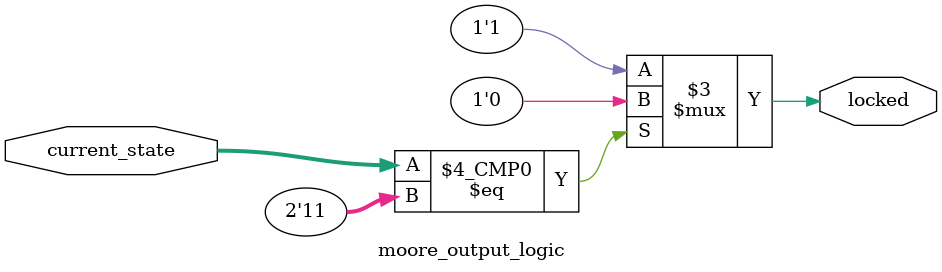
<source format=sv>
module moore_4state_lock(
  input  logic        s_axi_aclk,
  input  logic        s_axi_aresetn,
  
  // AXI4-Lite Slave Interface - Write Address Channel
  input  logic        s_axi_awvalid,
  output logic        s_axi_awready,
  input  logic [31:0] s_axi_awaddr,
  input  logic [2:0]  s_axi_awprot,
  
  // AXI4-Lite Slave Interface - Write Data Channel
  input  logic        s_axi_wvalid,
  output logic        s_axi_wready,
  input  logic [31:0] s_axi_wdata,
  input  logic [3:0]  s_axi_wstrb,
  
  // AXI4-Lite Slave Interface - Write Response Channel
  output logic        s_axi_bvalid,
  input  logic        s_axi_bready,
  output logic [1:0]  s_axi_bresp,
  
  // AXI4-Lite Slave Interface - Read Address Channel
  input  logic        s_axi_arvalid,
  output logic        s_axi_arready,
  input  logic [31:0] s_axi_araddr,
  input  logic [2:0]  s_axi_arprot,
  
  // AXI4-Lite Slave Interface - Read Data Channel
  output logic        s_axi_rvalid,
  input  logic        s_axi_rready,
  output logic [31:0] s_axi_rdata,
  output logic [1:0]  s_axi_rresp
);

  // 内部状态和信号定义
  logic [1:0] current_state, next_state;
  logic locked, locked_comb;
  logic in_reg;
  logic rst;
  
  // 寄存器地址定义
  localparam REG_CONTROL = 4'h0;    // 控制寄存器 [0] = in
  localparam REG_STATUS  = 4'h4;    // 状态寄存器 [0] = locked
  
  // 状态定义
  localparam WAIT = 2'b00,
             GOT1 = 2'b01,
             GOT10= 2'b10,
             UNLK = 2'b11;

  // AXI4-Lite 接口内部信号
  logic [3:0]  axi_awaddr;
  logic        axi_awready_ff;
  logic        axi_wready_ff;
  logic [1:0]  axi_bresp_ff;
  logic        axi_bvalid_ff;
  logic [3:0]  axi_araddr;
  logic        axi_arready_ff;
  logic [31:0] axi_rdata_ff;
  logic [1:0]  axi_rresp_ff;
  logic        axi_rvalid_ff;
  
  // 写地址通道握手处理
  always_ff @(posedge s_axi_aclk) begin
    if (!s_axi_aresetn) begin
      axi_awready_ff <= 1'b0;
      axi_awaddr <= 4'h0;
    end else begin
      if (~axi_awready_ff && s_axi_awvalid && ~axi_bvalid_ff) begin
        axi_awready_ff <= 1'b1;
        axi_awaddr <= s_axi_awaddr[5:2];
      end else begin
        axi_awready_ff <= 1'b0;
      end
    end
  end
  
  // 写数据通道握手处理
  always_ff @(posedge s_axi_aclk) begin
    if (!s_axi_aresetn) begin
      axi_wready_ff <= 1'b0;
    end else begin
      if (~axi_wready_ff && s_axi_wvalid && s_axi_awvalid && ~axi_bvalid_ff) begin
        axi_wready_ff <= 1'b1;
      end else begin
        axi_wready_ff <= 1'b0;
      end
    end
  end
  
  // 写操作处理
  always_ff @(posedge s_axi_aclk) begin
    if (!s_axi_aresetn) begin
      in_reg <= 1'b0;
      rst <= 1'b1;
    end else begin
      rst <= 1'b0; // 默认复位信号为低
      
      if (axi_wready_ff && s_axi_wvalid && axi_awready_ff && s_axi_awvalid) begin
        case (axi_awaddr)
          REG_CONTROL: begin
            if (s_axi_wstrb[0]) begin
              in_reg <= s_axi_wdata[0];
              rst <= s_axi_wdata[1]; // 复位信号可通过写入控制
            end
          end
          default: begin
            // 保持不变
          end
        endcase
      end
    end
  end
  
  // 写响应通道处理
  always_ff @(posedge s_axi_aclk) begin
    if (!s_axi_aresetn) begin
      axi_bvalid_ff <= 1'b0;
      axi_bresp_ff <= 2'b0;
    end else begin
      if (axi_wready_ff && s_axi_wvalid && axi_awready_ff && s_axi_awvalid && ~axi_bvalid_ff) begin
        axi_bvalid_ff <= 1'b1;
        axi_bresp_ff <= 2'b00; // OKAY响应
      end else if (s_axi_bready && axi_bvalid_ff) begin
        axi_bvalid_ff <= 1'b0;
      end
    end
  end
  
  // 读地址通道握手处理
  always_ff @(posedge s_axi_aclk) begin
    if (!s_axi_aresetn) begin
      axi_arready_ff <= 1'b0;
      axi_araddr <= 4'h0;
    end else begin
      if (~axi_arready_ff && s_axi_arvalid && ~axi_rvalid_ff) begin
        axi_arready_ff <= 1'b1;
        axi_araddr <= s_axi_araddr[5:2];
      end else begin
        axi_arready_ff <= 1'b0;
      end
    end
  end
  
  // 读数据通道处理
  always_ff @(posedge s_axi_aclk) begin
    if (!s_axi_aresetn) begin
      axi_rvalid_ff <= 1'b0;
      axi_rresp_ff <= 2'b0;
    end else begin
      if (axi_arready_ff && s_axi_arvalid && ~axi_rvalid_ff) begin
        axi_rvalid_ff <= 1'b1;
        axi_rresp_ff <= 2'b00; // OKAY响应
      end else if (axi_rvalid_ff && s_axi_rready) begin
        axi_rvalid_ff <= 1'b0;
      end
    end
  end
  
  // 读数据返回处理
  always_ff @(posedge s_axi_aclk) begin
    if (!s_axi_aresetn) begin
      axi_rdata_ff <= 32'h0;
    end else begin
      if (axi_arready_ff && s_axi_arvalid && ~axi_rvalid_ff) begin
        case (axi_araddr)
          REG_CONTROL: begin
            axi_rdata_ff <= {30'b0, rst, in_reg}; // 控制寄存器读取
          end
          REG_STATUS: begin
            axi_rdata_ff <= {31'b0, locked}; // 状态寄存器读取
          end
          default: begin
            axi_rdata_ff <= 32'h0; // 默认返回0
          end
        endcase
      end
    end
  end

  // 时序逻辑 - 状态寄存器
  always_ff @(posedge s_axi_aclk) begin
    if (!s_axi_aresetn || rst) begin
      current_state <= WAIT;
    end else begin
      current_state <= next_state;
    end
  end

  // 时序逻辑 - 输出寄存器
  always_ff @(posedge s_axi_aclk) begin
    if (!s_axi_aresetn || rst) begin
      locked <= 1'b1;
    end else begin
      locked <= locked_comb;
    end
  end

  // 组合逻辑 - 下一状态计算模块
  moore_next_state_logic next_state_logic_inst (
    .current_state(current_state),
    .in(in_reg),
    .next_state(next_state)
  );

  // 组合逻辑 - 输出计算模块
  moore_output_logic output_logic_inst (
    .current_state(current_state),
    .locked(locked_comb)
  );
  
  // AXI信号输出连接
  assign s_axi_awready = axi_awready_ff;
  assign s_axi_wready = axi_wready_ff;
  assign s_axi_bresp = axi_bresp_ff;
  assign s_axi_bvalid = axi_bvalid_ff;
  assign s_axi_arready = axi_arready_ff;
  assign s_axi_rdata = axi_rdata_ff;
  assign s_axi_rresp = axi_rresp_ff;
  assign s_axi_rvalid = axi_rvalid_ff;

endmodule

// 组合逻辑模块：计算下一状态
module moore_next_state_logic (
  input [1:0] current_state,
  input in,
  output reg [1:0] next_state
);
  // 状态参数定义
  localparam WAIT = 2'b00,
             GOT1 = 2'b01,
             GOT10= 2'b10,
             UNLK = 2'b11;

  // 纯组合逻辑实现状态转换
  always @(*) begin
    // 默认保持当前状态
    next_state = current_state;
    
    case (current_state)
      WAIT:  if (in) next_state = GOT1;
      GOT1:  if (!in) next_state = GOT10;
             else next_state = GOT1;
      GOT10: if (in) next_state = UNLK;
             else next_state = WAIT;
      UNLK:  next_state = UNLK;
      default: next_state = WAIT;
    endcase
  end
endmodule

// 组合逻辑模块：计算输出
module moore_output_logic (
  input [1:0] current_state,
  output reg locked
);
  // 状态参数定义
  localparam WAIT = 2'b00,
             GOT1 = 2'b01,
             GOT10= 2'b10,
             UNLK = 2'b11;

  // 纯组合逻辑实现输出计算
  always @(*) begin
    // 默认锁定
    locked = 1'b1;
    
    case (current_state)
      UNLK: locked = 1'b0;
      default: locked = 1'b1;
    endcase
  end
endmodule
</source>
